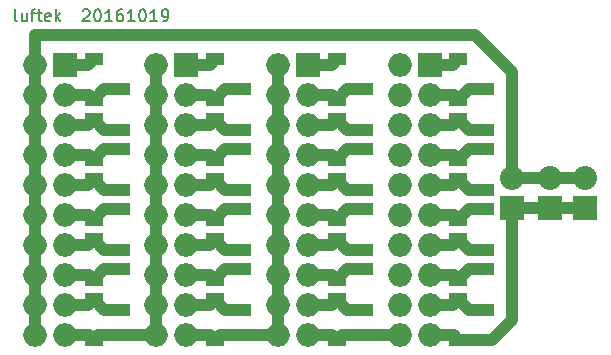
<source format=gtl>
G04 #@! TF.FileFunction,Copper,L1,Top,Signal*
%FSLAX46Y46*%
G04 Gerber Fmt 4.6, Leading zero omitted, Abs format (unit mm)*
G04 Created by KiCad (PCBNEW (2016-10-28 revision 192d4b8)-makepkg) date 11/16/16 20:27:21*
%MOMM*%
%LPD*%
G01*
G04 APERTURE LIST*
%ADD10C,0.150000*%
%ADD11R,1.600000X1.000000*%
%ADD12O,2.000000X2.000000*%
%ADD13R,2.000000X2.000000*%
%ADD14R,2.032000X2.032000*%
%ADD15O,2.032000X2.032000*%
%ADD16C,1.000000*%
G04 APERTURE END LIST*
D10*
X640476Y-1602380D02*
X545238Y-1554761D01*
X497619Y-1459523D01*
X497619Y-602380D01*
X1450000Y-935714D02*
X1450000Y-1602380D01*
X1021428Y-935714D02*
X1021428Y-1459523D01*
X1069047Y-1554761D01*
X1164285Y-1602380D01*
X1307142Y-1602380D01*
X1402380Y-1554761D01*
X1450000Y-1507142D01*
X1783333Y-935714D02*
X2164285Y-935714D01*
X1926190Y-1602380D02*
X1926190Y-745238D01*
X1973809Y-650000D01*
X2069047Y-602380D01*
X2164285Y-602380D01*
X2354761Y-935714D02*
X2735714Y-935714D01*
X2497619Y-602380D02*
X2497619Y-1459523D01*
X2545238Y-1554761D01*
X2640476Y-1602380D01*
X2735714Y-1602380D01*
X3450000Y-1554761D02*
X3354761Y-1602380D01*
X3164285Y-1602380D01*
X3069047Y-1554761D01*
X3021428Y-1459523D01*
X3021428Y-1078571D01*
X3069047Y-983333D01*
X3164285Y-935714D01*
X3354761Y-935714D01*
X3450000Y-983333D01*
X3497619Y-1078571D01*
X3497619Y-1173809D01*
X3021428Y-1269047D01*
X3926190Y-1602380D02*
X3926190Y-602380D01*
X4021428Y-1221428D02*
X4307142Y-1602380D01*
X4307142Y-935714D02*
X3926190Y-1316666D01*
X6211904Y-697619D02*
X6259523Y-650000D01*
X6354761Y-602380D01*
X6592857Y-602380D01*
X6688095Y-650000D01*
X6735714Y-697619D01*
X6783333Y-792857D01*
X6783333Y-888095D01*
X6735714Y-1030952D01*
X6164285Y-1602380D01*
X6783333Y-1602380D01*
X7402380Y-602380D02*
X7497619Y-602380D01*
X7592857Y-650000D01*
X7640476Y-697619D01*
X7688095Y-792857D01*
X7735714Y-983333D01*
X7735714Y-1221428D01*
X7688095Y-1411904D01*
X7640476Y-1507142D01*
X7592857Y-1554761D01*
X7497619Y-1602380D01*
X7402380Y-1602380D01*
X7307142Y-1554761D01*
X7259523Y-1507142D01*
X7211904Y-1411904D01*
X7164285Y-1221428D01*
X7164285Y-983333D01*
X7211904Y-792857D01*
X7259523Y-697619D01*
X7307142Y-650000D01*
X7402380Y-602380D01*
X8688095Y-1602380D02*
X8116666Y-1602380D01*
X8402380Y-1602380D02*
X8402380Y-602380D01*
X8307142Y-745238D01*
X8211904Y-840476D01*
X8116666Y-888095D01*
X9545238Y-602380D02*
X9354761Y-602380D01*
X9259523Y-650000D01*
X9211904Y-697619D01*
X9116666Y-840476D01*
X9069047Y-1030952D01*
X9069047Y-1411904D01*
X9116666Y-1507142D01*
X9164285Y-1554761D01*
X9259523Y-1602380D01*
X9450000Y-1602380D01*
X9545238Y-1554761D01*
X9592857Y-1507142D01*
X9640476Y-1411904D01*
X9640476Y-1173809D01*
X9592857Y-1078571D01*
X9545238Y-1030952D01*
X9450000Y-983333D01*
X9259523Y-983333D01*
X9164285Y-1030952D01*
X9116666Y-1078571D01*
X9069047Y-1173809D01*
X10592857Y-1602380D02*
X10021428Y-1602380D01*
X10307142Y-1602380D02*
X10307142Y-602380D01*
X10211904Y-745238D01*
X10116666Y-840476D01*
X10021428Y-888095D01*
X11211904Y-602380D02*
X11307142Y-602380D01*
X11402380Y-650000D01*
X11450000Y-697619D01*
X11497619Y-792857D01*
X11545238Y-983333D01*
X11545238Y-1221428D01*
X11497619Y-1411904D01*
X11450000Y-1507142D01*
X11402380Y-1554761D01*
X11307142Y-1602380D01*
X11211904Y-1602380D01*
X11116666Y-1554761D01*
X11069047Y-1507142D01*
X11021428Y-1411904D01*
X10973809Y-1221428D01*
X10973809Y-983333D01*
X11021428Y-792857D01*
X11069047Y-697619D01*
X11116666Y-650000D01*
X11211904Y-602380D01*
X12497619Y-1602380D02*
X11926190Y-1602380D01*
X12211904Y-1602380D02*
X12211904Y-602380D01*
X12116666Y-745238D01*
X12021428Y-840476D01*
X11926190Y-888095D01*
X12973809Y-1602380D02*
X13164285Y-1602380D01*
X13259523Y-1554761D01*
X13307142Y-1507142D01*
X13402380Y-1364285D01*
X13450000Y-1173809D01*
X13450000Y-792857D01*
X13402380Y-697619D01*
X13354761Y-650000D01*
X13259523Y-602380D01*
X13069047Y-602380D01*
X12973809Y-650000D01*
X12926190Y-697619D01*
X12878571Y-792857D01*
X12878571Y-1030952D01*
X12926190Y-1126190D01*
X12973809Y-1173809D01*
X13069047Y-1221428D01*
X13259523Y-1221428D01*
X13354761Y-1173809D01*
X13402380Y-1126190D01*
X13450000Y-1030952D01*
D11*
X17415944Y-9908675D03*
X17415944Y-13308675D03*
X7120944Y-28548675D03*
X7120944Y-25148675D03*
D12*
X33028944Y-28142675D03*
X35568944Y-28142675D03*
X33028944Y-25602675D03*
X35568944Y-25602675D03*
X33028944Y-23062675D03*
X35568944Y-23062675D03*
X33028944Y-20522675D03*
X35568944Y-20522675D03*
X33028944Y-17982675D03*
X35568944Y-17982675D03*
X33028944Y-15442675D03*
X35568944Y-15442675D03*
X33028944Y-12902675D03*
X35568944Y-12902675D03*
X33028944Y-10362675D03*
X35568944Y-10362675D03*
X33028944Y-7822675D03*
X35568944Y-7822675D03*
X33028944Y-5282675D03*
D13*
X35568944Y-5282675D03*
D11*
X40291944Y-17528675D03*
X40291944Y-20928675D03*
X38005944Y-23468675D03*
X38005944Y-20068675D03*
X40291944Y-26008675D03*
X40291944Y-22608675D03*
X38005944Y-25148675D03*
X38005944Y-28548675D03*
X40291944Y-7368675D03*
X40291944Y-10768675D03*
X38005944Y-13308675D03*
X38005944Y-9908675D03*
X40291944Y-15848675D03*
X40291944Y-12448675D03*
X38005944Y-14988675D03*
X38005944Y-18388675D03*
X38005944Y-4828675D03*
X38005944Y-8228675D03*
D13*
X25273944Y-5282675D03*
D12*
X22733944Y-5282675D03*
X25273944Y-7822675D03*
X22733944Y-7822675D03*
X25273944Y-10362675D03*
X22733944Y-10362675D03*
X25273944Y-12902675D03*
X22733944Y-12902675D03*
X25273944Y-15442675D03*
X22733944Y-15442675D03*
X25273944Y-17982675D03*
X22733944Y-17982675D03*
X25273944Y-20522675D03*
X22733944Y-20522675D03*
X25273944Y-23062675D03*
X22733944Y-23062675D03*
X25273944Y-25602675D03*
X22733944Y-25602675D03*
X25273944Y-28142675D03*
X22733944Y-28142675D03*
D11*
X29996944Y-20928675D03*
X29996944Y-17528675D03*
X27710944Y-20068675D03*
X27710944Y-23468675D03*
X29996944Y-22608675D03*
X29996944Y-26008675D03*
X27710944Y-28548675D03*
X27710944Y-25148675D03*
X29996944Y-10768675D03*
X29996944Y-7368675D03*
X27710944Y-9908675D03*
X27710944Y-13308675D03*
X29996944Y-12448675D03*
X29996944Y-15848675D03*
X27710944Y-18388675D03*
X27710944Y-14988675D03*
X27710944Y-8228675D03*
X27710944Y-4828675D03*
D13*
X14978944Y-5282675D03*
D12*
X12438944Y-5282675D03*
X14978944Y-7822675D03*
X12438944Y-7822675D03*
X14978944Y-10362675D03*
X12438944Y-10362675D03*
X14978944Y-12902675D03*
X12438944Y-12902675D03*
X14978944Y-15442675D03*
X12438944Y-15442675D03*
X14978944Y-17982675D03*
X12438944Y-17982675D03*
X14978944Y-20522675D03*
X12438944Y-20522675D03*
X14978944Y-23062675D03*
X12438944Y-23062675D03*
X14978944Y-25602675D03*
X12438944Y-25602675D03*
X14978944Y-28142675D03*
X12438944Y-28142675D03*
D11*
X19701944Y-20928675D03*
X19701944Y-17528675D03*
X17415944Y-20068675D03*
X17415944Y-23468675D03*
X19701944Y-22608675D03*
X19701944Y-26008675D03*
X17415944Y-28548675D03*
X17415944Y-25148675D03*
X19701944Y-10768675D03*
X19701944Y-7368675D03*
X19701944Y-12448675D03*
X19701944Y-15848675D03*
X17415944Y-18388675D03*
X17415944Y-14988675D03*
X17415944Y-8228675D03*
X17415944Y-4828675D03*
X9406944Y-10768675D03*
X9406944Y-7368675D03*
X9406944Y-12448675D03*
X9406944Y-15848675D03*
X9406944Y-20928675D03*
X9406944Y-17528675D03*
X9406944Y-22608675D03*
X9406944Y-26008675D03*
X7120944Y-8228675D03*
X7120944Y-4828675D03*
X7120944Y-9908675D03*
X7120944Y-13308675D03*
X7120944Y-18388675D03*
X7120944Y-14988675D03*
X7120944Y-20068675D03*
X7120944Y-23468675D03*
D13*
X4683944Y-5282675D03*
D12*
X2143944Y-5282675D03*
X4683944Y-7822675D03*
X2143944Y-7822675D03*
X4683944Y-10362675D03*
X2143944Y-10362675D03*
X4683944Y-12902675D03*
X2143944Y-12902675D03*
X4683944Y-15442675D03*
X2143944Y-15442675D03*
X4683944Y-17982675D03*
X2143944Y-17982675D03*
X4683944Y-20522675D03*
X2143944Y-20522675D03*
X4683944Y-23062675D03*
X2143944Y-23062675D03*
X4683944Y-25602675D03*
X2143944Y-25602675D03*
X4683944Y-28142675D03*
X2143944Y-28142675D03*
D14*
X42500000Y-17389998D03*
D15*
X42500000Y-14849998D03*
X45780000Y-14860000D03*
D14*
X45780000Y-17400000D03*
X48690000Y-17400000D03*
D15*
X48690000Y-14860000D03*
D16*
X4683944Y-5282675D02*
X6666944Y-5282675D01*
X6666944Y-5282675D02*
X7120944Y-4828675D01*
X42552544Y-5916535D02*
X42552544Y-14202542D01*
X39377544Y-2741535D02*
X42552544Y-5916535D01*
X2143944Y-2742935D02*
X38577406Y-2742935D01*
X38577406Y-2742935D02*
X38578806Y-2741535D01*
X38578806Y-2741535D02*
X39377544Y-2741535D01*
X2143944Y-5282675D02*
X2143944Y-2742935D01*
X42552544Y-14202542D02*
X42600000Y-14249998D01*
X42600000Y-14249998D02*
X43200000Y-14849998D01*
X45780000Y-14860000D02*
X48690000Y-14860000D01*
X42500000Y-14849998D02*
X45780000Y-14860000D01*
X2143944Y-7822675D02*
X2143944Y-5282675D01*
X2143944Y-10362675D02*
X2143944Y-7822675D01*
X2143944Y-12902675D02*
X2143944Y-10362675D01*
X2143944Y-15442675D02*
X2143944Y-12902675D01*
X2143944Y-17982675D02*
X2143944Y-15442675D01*
X2143944Y-20522675D02*
X2143944Y-17982675D01*
X2143944Y-23062675D02*
X2143944Y-20522675D01*
X2143944Y-25602675D02*
X2143944Y-23062675D01*
X2143944Y-28142675D02*
X2143944Y-25602675D01*
X14978944Y-5282675D02*
X16961944Y-5282675D01*
X16961944Y-5282675D02*
X17415944Y-4828675D01*
X25273944Y-5282675D02*
X27256944Y-5282675D01*
X27256944Y-5282675D02*
X27710944Y-4828675D01*
X35568944Y-5282675D02*
X37551944Y-5282675D01*
X37551944Y-5282675D02*
X38005944Y-4828675D01*
X9406944Y-7368675D02*
X7980944Y-7368675D01*
X7980944Y-7368675D02*
X7120944Y-8228675D01*
X4683944Y-7822675D02*
X6714944Y-7822675D01*
X6714944Y-7822675D02*
X7120944Y-8228675D01*
X4683944Y-10362675D02*
X6666944Y-10362675D01*
X6666944Y-10362675D02*
X7120944Y-9908675D01*
X9406944Y-10768675D02*
X7980944Y-10768675D01*
X7980944Y-10768675D02*
X7120944Y-9908675D01*
X9406944Y-12448675D02*
X7980944Y-12448675D01*
X7980944Y-12448675D02*
X7120944Y-13308675D01*
X4683944Y-12902675D02*
X6714944Y-12902675D01*
X6714944Y-12902675D02*
X7120944Y-13308675D01*
X4683944Y-15442675D02*
X6666944Y-15442675D01*
X6666944Y-15442675D02*
X7120944Y-14988675D01*
X9406944Y-15848675D02*
X7980944Y-15848675D01*
X7980944Y-15848675D02*
X7120944Y-14988675D01*
X9406944Y-17528675D02*
X7980944Y-17528675D01*
X7980944Y-17528675D02*
X7120944Y-18388675D01*
X4683944Y-17982675D02*
X6714944Y-17982675D01*
X6714944Y-17982675D02*
X7120944Y-18388675D01*
X4683944Y-20522675D02*
X6666944Y-20522675D01*
X6666944Y-20522675D02*
X7120944Y-20068675D01*
X9406944Y-20928675D02*
X7980944Y-20928675D01*
X7980944Y-20928675D02*
X7120944Y-20068675D01*
X9406944Y-22608675D02*
X7980944Y-22608675D01*
X7980944Y-22608675D02*
X7120944Y-23468675D01*
X4683944Y-23062675D02*
X6714944Y-23062675D01*
X6714944Y-23062675D02*
X7120944Y-23468675D01*
X4683944Y-25602675D02*
X6666944Y-25602675D01*
X6666944Y-25602675D02*
X7120944Y-25148675D01*
X9406944Y-26008675D02*
X7980944Y-26008675D01*
X7980944Y-26008675D02*
X7120944Y-25148675D01*
X12438944Y-28142675D02*
X7526944Y-28142675D01*
X12438944Y-5282675D02*
X12438944Y-28142675D01*
X7526944Y-28142675D02*
X7120944Y-28548675D01*
X4683944Y-28142675D02*
X6714944Y-28142675D01*
X6714944Y-28142675D02*
X7120944Y-28548675D01*
X14978944Y-7822675D02*
X17009944Y-7822675D01*
X17009944Y-7822675D02*
X17415944Y-8228675D01*
X19701944Y-7368675D02*
X18275944Y-7368675D01*
X18275944Y-7368675D02*
X17415944Y-8228675D01*
X14978944Y-10362675D02*
X16961944Y-10362675D01*
X16961944Y-10362675D02*
X17415944Y-9908675D01*
X19701944Y-10768675D02*
X18275944Y-10768675D01*
X18275944Y-10768675D02*
X17415944Y-9908675D01*
X14978944Y-12902675D02*
X17009944Y-12902675D01*
X17009944Y-12902675D02*
X17415944Y-13308675D01*
X19701944Y-12448675D02*
X18275944Y-12448675D01*
X18275944Y-12448675D02*
X17415944Y-13308675D01*
X14978944Y-15442675D02*
X16961944Y-15442675D01*
X16961944Y-15442675D02*
X17415944Y-14988675D01*
X19701944Y-15848675D02*
X18275944Y-15848675D01*
X18275944Y-15848675D02*
X17415944Y-14988675D01*
X14978944Y-17982675D02*
X17009944Y-17982675D01*
X17009944Y-17982675D02*
X17415944Y-18388675D01*
X19701944Y-17528675D02*
X18275944Y-17528675D01*
X18275944Y-17528675D02*
X17415944Y-18388675D01*
X14978944Y-20522675D02*
X16961944Y-20522675D01*
X16961944Y-20522675D02*
X17415944Y-20068675D01*
X19701944Y-20928675D02*
X18275944Y-20928675D01*
X18275944Y-20928675D02*
X17415944Y-20068675D01*
X14978944Y-23062675D02*
X17009944Y-23062675D01*
X17009944Y-23062675D02*
X17415944Y-23468675D01*
X19701944Y-22608675D02*
X18275944Y-22608675D01*
X18275944Y-22608675D02*
X17415944Y-23468675D01*
X14978944Y-25602675D02*
X16961944Y-25602675D01*
X16961944Y-25602675D02*
X17415944Y-25148675D01*
X19701944Y-26008675D02*
X18275944Y-26008675D01*
X18275944Y-26008675D02*
X17415944Y-25148675D01*
X22733944Y-28142675D02*
X17821944Y-28142675D01*
X22733944Y-15442675D02*
X22733944Y-28142675D01*
X22733944Y-12902675D02*
X22733944Y-15442675D01*
X22733944Y-10362675D02*
X22733944Y-12902675D01*
X22733944Y-7822675D02*
X22733944Y-10362675D01*
X22733944Y-5282675D02*
X22733944Y-7822675D01*
X17821944Y-28142675D02*
X17415944Y-28548675D01*
X14978944Y-28142675D02*
X17009944Y-28142675D01*
X17009944Y-28142675D02*
X17415944Y-28548675D01*
X29996944Y-7368675D02*
X28570944Y-7368675D01*
X28570944Y-7368675D02*
X27710944Y-8228675D01*
X25273944Y-7822675D02*
X27304944Y-7822675D01*
X27304944Y-7822675D02*
X27710944Y-8228675D01*
X29996944Y-10768675D02*
X28570944Y-10768675D01*
X28570944Y-10768675D02*
X27710944Y-9908675D01*
X25273944Y-10362675D02*
X27256944Y-10362675D01*
X27256944Y-10362675D02*
X27710944Y-9908675D01*
X29996944Y-12448675D02*
X28570944Y-12448675D01*
X28570944Y-12448675D02*
X27710944Y-13308675D01*
X25273944Y-12902675D02*
X27304944Y-12902675D01*
X27304944Y-12902675D02*
X27710944Y-13308675D01*
X29996944Y-15848675D02*
X28570944Y-15848675D01*
X28570944Y-15848675D02*
X27710944Y-14988675D01*
X25273944Y-15442675D02*
X27256944Y-15442675D01*
X27256944Y-15442675D02*
X27710944Y-14988675D01*
X29996944Y-17528675D02*
X28570944Y-17528675D01*
X28570944Y-17528675D02*
X27710944Y-18388675D01*
X25273944Y-17982675D02*
X27304944Y-17982675D01*
X27304944Y-17982675D02*
X27710944Y-18388675D01*
X29996944Y-20928675D02*
X28570944Y-20928675D01*
X28570944Y-20928675D02*
X27710944Y-20068675D01*
X25273944Y-20522675D02*
X27256944Y-20522675D01*
X27256944Y-20522675D02*
X27710944Y-20068675D01*
X29996944Y-22608675D02*
X28570944Y-22608675D01*
X28570944Y-22608675D02*
X27710944Y-23468675D01*
X25273944Y-23062675D02*
X27304944Y-23062675D01*
X27304944Y-23062675D02*
X27710944Y-23468675D01*
X29996944Y-26008675D02*
X28570944Y-26008675D01*
X28570944Y-26008675D02*
X27710944Y-25148675D01*
X25273944Y-25602675D02*
X27256944Y-25602675D01*
X27256944Y-25602675D02*
X27710944Y-25148675D01*
X33028944Y-28142675D02*
X28116944Y-28142675D01*
X28116944Y-28142675D02*
X27710944Y-28548675D01*
X25273944Y-28142675D02*
X27304944Y-28142675D01*
X27304944Y-28142675D02*
X27710944Y-28548675D01*
X40291944Y-7368675D02*
X38865944Y-7368675D01*
X38865944Y-7368675D02*
X38005944Y-8228675D01*
X35568944Y-7822675D02*
X37599944Y-7822675D01*
X37599944Y-7822675D02*
X38005944Y-8228675D01*
X40291944Y-10768675D02*
X38865944Y-10768675D01*
X38865944Y-10768675D02*
X38005944Y-9908675D01*
X35568944Y-10362675D02*
X37551944Y-10362675D01*
X37551944Y-10362675D02*
X38005944Y-9908675D01*
X40291944Y-12448675D02*
X38865944Y-12448675D01*
X38865944Y-12448675D02*
X38005944Y-13308675D01*
X35568944Y-12902675D02*
X37599944Y-12902675D01*
X37599944Y-12902675D02*
X38005944Y-13308675D01*
X40291944Y-15848675D02*
X38865944Y-15848675D01*
X38865944Y-15848675D02*
X38005944Y-14988675D01*
X35568944Y-15442675D02*
X37551944Y-15442675D01*
X37551944Y-15442675D02*
X38005944Y-14988675D01*
X40291944Y-17528675D02*
X38865944Y-17528675D01*
X38865944Y-17528675D02*
X38005944Y-18388675D01*
X35568944Y-17982675D02*
X37599944Y-17982675D01*
X37599944Y-17982675D02*
X38005944Y-18388675D01*
X40291944Y-20928675D02*
X38865944Y-20928675D01*
X38865944Y-20928675D02*
X38005944Y-20068675D01*
X35568944Y-20522675D02*
X37551944Y-20522675D01*
X37551944Y-20522675D02*
X38005944Y-20068675D01*
X40291944Y-22608675D02*
X38865944Y-22608675D01*
X38865944Y-22608675D02*
X38005944Y-23468675D01*
X35568944Y-23062675D02*
X37599944Y-23062675D01*
X37599944Y-23062675D02*
X38005944Y-23468675D01*
X40291944Y-26008675D02*
X38865944Y-26008675D01*
X38865944Y-26008675D02*
X38005944Y-25148675D01*
X35568944Y-25602675D02*
X37551944Y-25602675D01*
X37551944Y-25602675D02*
X38005944Y-25148675D01*
X38005944Y-28548675D02*
X40875404Y-28548675D01*
X40875404Y-28548675D02*
X42552544Y-26871535D01*
X42552544Y-26871535D02*
X42552544Y-18037454D01*
X42552544Y-18037454D02*
X43200000Y-17389998D01*
X45780000Y-17400000D02*
X48690000Y-17400000D01*
X42500000Y-17389998D02*
X45780000Y-17400000D01*
X35568944Y-28142675D02*
X37599944Y-28142675D01*
X37599944Y-28142675D02*
X38005944Y-28548675D01*
M02*

</source>
